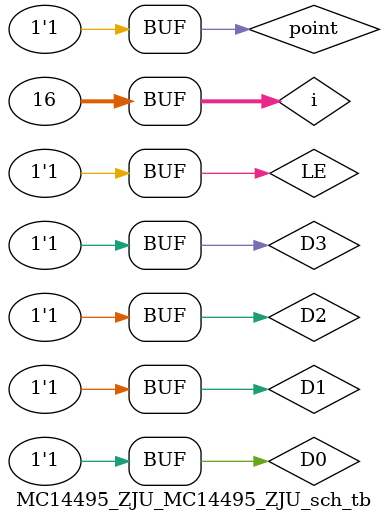
<source format=v>

`timescale 1ns / 1ps

module MC14495_ZJU_MC14495_ZJU_sch_tb();

// Inputs
   reg D3;
   reg D0;
   reg D1;
   reg D2;
   reg LE;
   reg point;

// Output
   wire p;
   wire g;
   wire f;
   wire e;
   wire d;
   wire c;
   wire b;
   wire a;
	integer i;

// Bidirs

// Instantiate the UUT
   MC14495_ZJU UUT (
		.D3(D3), 
		.D0(D0), 
		.D1(D1), 
		.D2(D2), 
		.LE(LE), 
		.point(point), 
		.p(p), 
		.g(g), 
		.f(f), 
		.e(e), 
		.d(d), 
		.c(c), 
		.b(b), 
		.a(a)
   );
// Initialize Inputs
   //`ifdef auto_init
       initial begin
		D3 = 0;
		D0 = 0;
		D1 = 0;
		D2 = 0;
		LE = 0;
		point = 0;
		for(i=0;i<=15;i=i+1)
		begin
		#50;
		{D3,D2,D1,D0}=i;
		point=i;
		end
		#50;
		LE=1;
		end
   //`endif
endmodule

</source>
